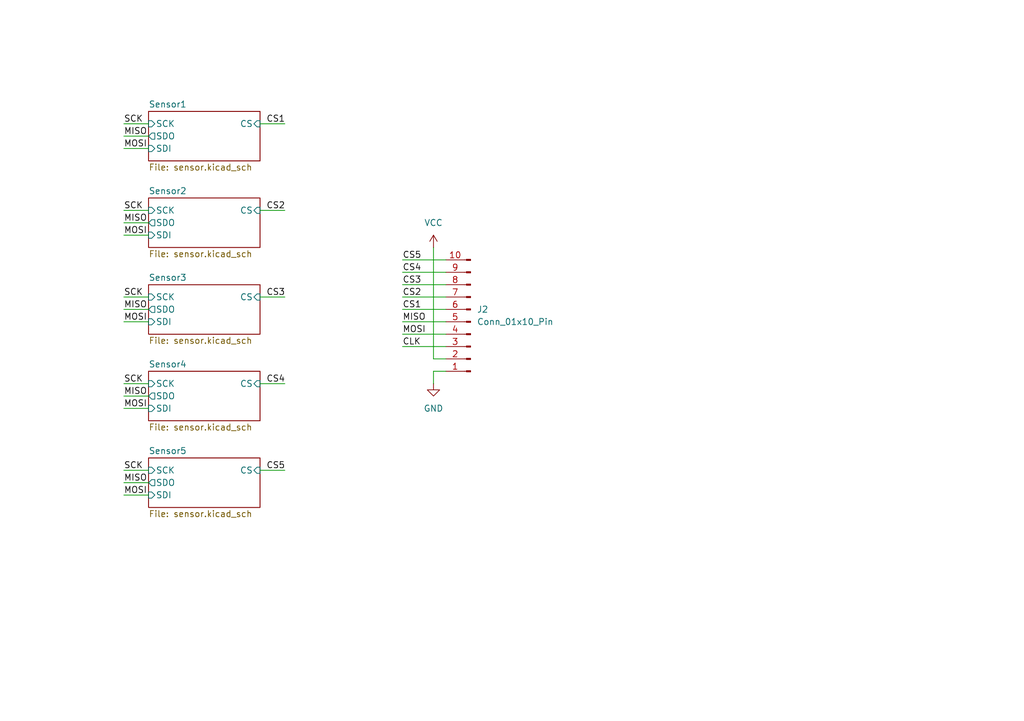
<source format=kicad_sch>
(kicad_sch (version 20231120) (generator "eeschema") (generator_version "8.0")
  (paper "A5")
  (lib_symbols
    (symbol "Connector:Conn_01x10_Pin" (pin_names (offset 1.016) hide)
      (property "Reference" "J" (at 0 12.7 0))
      (property "Value" "Conn_01x10_Pin" (at 0 -15.24 0))
      (symbol "Conn_01x10_Pin_1_1"
        (polyline (pts (xy 1.27 -12.7) (xy 0.8636 -12.7)) (stroke (width 0.1524)))
        (polyline (pts (xy 1.27 -10.16) (xy 0.8636 -10.16)) (stroke (width 0.1524)))
        (polyline (pts (xy 1.27 -7.62) (xy 0.8636 -7.62)) (stroke (width 0.1524)))
        (polyline (pts (xy 1.27 -5.08) (xy 0.8636 -5.08)) (stroke (width 0.1524)))
        (polyline (pts (xy 1.27 -2.54) (xy 0.8636 -2.54)) (stroke (width 0.1524)))
        (polyline (pts (xy 1.27 0) (xy 0.8636 0)) (stroke (width 0.1524)))
        (polyline (pts (xy 1.27 2.54) (xy 0.8636 2.54)) (stroke (width 0.1524)))
        (polyline (pts (xy 1.27 5.08) (xy 0.8636 5.08)) (stroke (width 0.1524)))
        (polyline (pts (xy 1.27 7.62) (xy 0.8636 7.62)) (stroke (width 0.1524)))
        (polyline (pts (xy 1.27 10.16) (xy 0.8636 10.16)) (stroke (width 0.1524)))
        (rectangle (start 0.8636 -12.573) (end 0 -12.827) (stroke (width 0.1524)) (fill (type outline)))
        (rectangle (start 0.8636 -10.033) (end 0 -10.287) (stroke (width 0.1524)) (fill (type outline)))
        (rectangle (start 0.8636 -7.493) (end 0 -7.747) (stroke (width 0.1524)) (fill (type outline)))
        (rectangle (start 0.8636 -4.953) (end 0 -5.207) (stroke (width 0.1524)) (fill (type outline)))
        (rectangle (start 0.8636 -2.413) (end 0 -2.667) (stroke (width 0.1524)) (fill (type outline)))
        (rectangle (start 0.8636 0.127) (end 0 -0.127) (stroke (width 0.1524)) (fill (type outline)))
        (rectangle (start 0.8636 2.667) (end 0 2.413) (stroke (width 0.1524)) (fill (type outline)))
        (rectangle (start 0.8636 5.207) (end 0 4.953) (stroke (width 0.1524)) (fill (type outline)))
        (rectangle (start 0.8636 7.747) (end 0 7.493) (stroke (width 0.1524)) (fill (type outline)))
        (rectangle (start 0.8636 10.287) (end 0 10.033) (stroke (width 0.1524)) (fill (type outline)))
        (pin passive line (at 5.08 10.16 180) (length 3.81) (name "Pin_1") (number "1"))
        (pin passive line (at 5.08 -12.7 180) (length 3.81) (name "Pin_10") (number "10"))
        (pin passive line (at 5.08 7.62 180) (length 3.81) (name "Pin_2") (number "2"))
        (pin passive line (at 5.08 5.08 180) (length 3.81) (name "Pin_3") (number "3"))
        (pin passive line (at 5.08 2.54 180) (length 3.81) (name "Pin_4") (number "4"))
        (pin passive line (at 5.08 0 180) (length 3.81) (name "Pin_5") (number "5"))
        (pin passive line (at 5.08 -2.54 180) (length 3.81) (name "Pin_6") (number "6"))
        (pin passive line (at 5.08 -5.08 180) (length 3.81) (name "Pin_7") (number "7"))
        (pin passive line (at 5.08 -7.62 180) (length 3.81) (name "Pin_8") (number "8"))
        (pin passive line (at 5.08 -10.16 180) (length 3.81) (name "Pin_9") (number "9"))
      )
    )
    (symbol "power:GND" (power) (pin_numbers hide) (pin_names (offset 0) hide)
      (property "Value" "GND" (at 0 -3.81 0))
      (symbol "GND_0_1"
        (polyline (pts (xy 0 0) (xy 0 -1.27) (xy 1.27 -1.27) (xy 0 -2.54) (xy -1.27 -1.27) (xy 0 -1.27)))
      )
      (symbol "GND_1_1"
        (pin power_in line (at 0 0 270) (length 0) (name "~") (number "1"))
      )
    )
    (symbol "power:VCC" (power) (pin_numbers hide) (pin_names (offset 0) hide)
      (property "Value" "VCC" (at 0 3.556 0))
      (symbol "VCC_0_1"
        (polyline (pts (xy -0.762 1.27) (xy 0 2.54)))
        (polyline (pts (xy 0 0) (xy 0 2.54)))
        (polyline (pts (xy 0 2.54) (xy 0.762 1.27)))
      )
      (symbol "VCC_1_1"
        (pin power_in line (at 0 0 90) (length 0) (name "~") (number "1"))
      )
    )
  )
  (wire (pts (xy 25.4 83.82) (xy 30.48 83.82)))
  (wire (pts (xy 25.4 60.96) (xy 30.48 60.96)))
  (wire (pts (xy 88.9 50.8) (xy 88.9 73.66)))
  (wire (pts (xy 25.4 45.72) (xy 30.48 45.72)))
  (wire (pts (xy 25.4 48.26) (xy 30.48 48.26)))
  (wire (pts (xy 88.9 78.74) (xy 88.9 76.2)))
  (wire (pts (xy 82.55 71.12) (xy 91.44 71.12)))
  (wire (pts (xy 88.9 76.2) (xy 91.44 76.2)))
  (wire (pts (xy 25.4 99.06) (xy 30.48 99.06)))
  (wire (pts (xy 82.55 66.04) (xy 91.44 66.04)))
  (wire (pts (xy 25.4 78.74) (xy 30.48 78.74)))
  (wire (pts (xy 82.55 60.96) (xy 91.44 60.96)))
  (wire (pts (xy 25.4 101.6) (xy 30.48 101.6)))
  (wire (pts (xy 53.34 78.74) (xy 58.42 78.74)))
  (wire (pts (xy 82.55 55.88) (xy 91.44 55.88)))
  (wire (pts (xy 25.4 66.04) (xy 30.48 66.04)))
  (wire (pts (xy 82.55 58.42) (xy 91.44 58.42)))
  (wire (pts (xy 53.34 43.18) (xy 58.42 43.18)))
  (wire (pts (xy 53.34 96.52) (xy 58.42 96.52)))
  (wire (pts (xy 25.4 27.94) (xy 30.48 27.94)))
  (wire (pts (xy 82.55 63.5) (xy 91.44 63.5)))
  (wire (pts (xy 88.9 73.66) (xy 91.44 73.66)))
  (wire (pts (xy 53.34 60.96) (xy 58.42 60.96)))
  (wire (pts (xy 25.4 25.4) (xy 30.48 25.4)))
  (wire (pts (xy 82.55 53.34) (xy 91.44 53.34)))
  (wire (pts (xy 25.4 63.5) (xy 30.48 63.5)))
  (wire (pts (xy 25.4 43.18) (xy 30.48 43.18)))
  (wire (pts (xy 82.55 68.58) (xy 91.44 68.58)))
  (wire (pts (xy 25.4 30.48) (xy 30.48 30.48)))
  (wire (pts (xy 53.34 25.4) (xy 58.42 25.4)))
  (wire (pts (xy 25.4 96.52) (xy 30.48 96.52)))
  (wire (pts (xy 25.4 81.28) (xy 30.48 81.28)))
  (label "SCK" (at 25.4 60.96 0))
  (label "MOSI" (at 25.4 101.6 0))
  (label "MOSI" (at 25.4 30.48 0))
  (label "MISO" (at 25.4 63.5 0))
  (label "CS3" (at 82.55 58.42 0))
  (label "CS2" (at 82.55 60.96 0))
  (label "MOSI" (at 25.4 66.04 0))
  (label "SCK" (at 25.4 96.52 0))
  (label "CS5" (at 82.55 53.34 0))
  (label "CS4" (at 54.61 78.74 0))
  (label "MISO" (at 25.4 81.28 0))
  (label "MISO" (at 82.55 66.04 0))
  (label "SCK" (at 25.4 78.74 0))
  (label "MOSI" (at 82.55 68.58 0))
  (label "CS4" (at 82.55 55.88 0))
  (label "CS2" (at 54.61 43.18 0))
  (label "CS1" (at 82.55 63.5 0))
  (label "SCK" (at 25.4 43.18 0))
  (label "MOSI" (at 25.4 83.82 0))
  (label "CLK" (at 82.55 71.12 0))
  (label "CS3" (at 54.61 60.96 0))
  (label "CS1" (at 54.61 25.4 0))
  (label "CS5" (at 54.61 96.52 0))
  (label "MISO" (at 25.4 99.06 0))
  (label "MOSI" (at 25.4 48.26 0))
  (label "MISO" (at 25.4 45.72 0))
  (label "SCK" (at 25.4 25.4 0))
  (label "MISO" (at 25.4 27.94 0))
  (symbol (lib_id "Connector:Conn_01x10_Pin") (at 96.52 66.04 180) (unit 1) (in_bom no)
    (property "Reference" "J2" (at 97.79 63.4999 0) (effects (justify right)))
    (property "Value" "Conn_01x10_Pin" (at 97.79 66.0399 0) (effects (justify right)))
    (property "Footprint" "User_Footprints:FPC_10P_P0.5mm" (effects (hide yes)))
    (property "Description" "Generic connector, single row, 01x10, script generated" (effects (hide yes)))
  )
  (symbol (lib_id "power:GND") (at 88.9 78.74 0) (unit 1)
    (property "Reference" "#PWR021" (effects (hide yes)))
    (property "Value" "GND" (at 88.9 83.82 0))
    (property "Description" "Power symbol creates a global label with name \"GND\" , ground" (effects (hide yes)))
  )
  (symbol (lib_id "power:VCC") (at 88.9 50.8 0) (unit 1)
    (property "Reference" "#PWR022" (effects (hide yes)))
    (property "Value" "VCC" (at 88.9 45.72 0))
    (property "Description" "Power symbol creates a global label with name \"VCC\"" (effects (hide yes)))
  )
  (sheet (at 30.48 93.98) (size 22.86 10.16) (stroke (width 0.1524))
    (property "Sheetname" "Sensor5" (at 30.48 93.2684 0) (effects (justify left bottom)))
    (property "Sheetfile" "sensor.kicad_sch" (at 30.48 104.7246 0) (effects (justify left top)))
    (pin "SDI" input (at 30.48 101.6 180))
    (pin "SDO" output (at 30.48 99.06 180))
    (pin "SCK" input (at 30.48 96.52 180))
    (pin "CS" input (at 53.34 96.52 0))
  )
  (sheet (at 30.48 76.2) (size 22.86 10.16) (stroke (width 0.1524))
    (property "Sheetname" "Sensor4" (at 30.48 75.4884 0) (effects (justify left bottom)))
    (property "Sheetfile" "sensor.kicad_sch" (at 30.48 86.9446 0) (effects (justify left top)))
    (pin "SDI" input (at 30.48 83.82 180))
    (pin "SDO" output (at 30.48 81.28 180))
    (pin "SCK" input (at 30.48 78.74 180))
    (pin "CS" input (at 53.34 78.74 0))
  )
  (sheet (at 30.48 58.42) (size 22.86 10.16) (stroke (width 0.1524))
    (property "Sheetname" "Sensor3" (at 30.48 57.7084 0) (effects (justify left bottom)))
    (property "Sheetfile" "sensor.kicad_sch" (at 30.48 69.1646 0) (effects (justify left top)))
    (pin "SDI" input (at 30.48 66.04 180))
    (pin "SDO" output (at 30.48 63.5 180))
    (pin "SCK" input (at 30.48 60.96 180))
    (pin "CS" input (at 53.34 60.96 0))
  )
  (sheet (at 30.48 22.86) (size 22.86 10.16) (stroke (width 0.1524))
    (property "Sheetname" "Sensor1" (at 30.48 22.1484 0) (effects (justify left bottom)))
    (property "Sheetfile" "sensor.kicad_sch" (at 30.48 33.6046 0) (effects (justify left top)))
    (pin "SDI" input (at 30.48 30.48 180))
    (pin "SDO" output (at 30.48 27.94 180))
    (pin "SCK" input (at 30.48 25.4 180))
    (pin "CS" input (at 53.34 25.4 0))
  )
  (sheet (at 30.48 40.64) (size 22.86 10.16) (stroke (width 0.1524))
    (property "Sheetname" "Sensor2" (at 30.48 39.9284 0) (effects (justify left bottom)))
    (property "Sheetfile" "sensor.kicad_sch" (at 30.48 51.3846 0) (effects (justify left top)))
    (pin "SDI" input (at 30.48 48.26 180))
    (pin "SDO" output (at 30.48 45.72 180))
    (pin "SCK" input (at 30.48 43.18 180))
    (pin "CS" input (at 53.34 43.18 0))
  )
)
</source>
